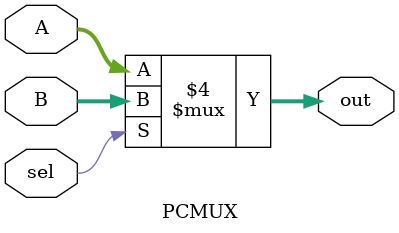
<source format=v>
module PCMUX
#(parameter W=32)
(
 input [W-1:0] A,
 input [W-1:0] B,
 input sel,
 output reg [W-1:0] out);

	always @ * begin
		if(sel == 1)
			out = B;
		else
			out = A;
	end

endmodule
</source>
